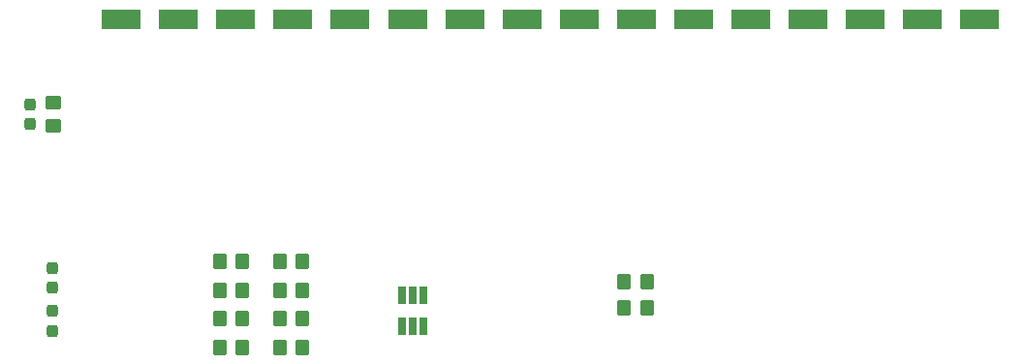
<source format=gbp>
G04 #@! TF.GenerationSoftware,KiCad,Pcbnew,(6.0.1)*
G04 #@! TF.CreationDate,2022-08-11T12:27:20+02:00*
G04 #@! TF.ProjectId,DMX,444d582e-6b69-4636-9164-5f7063625858,rev?*
G04 #@! TF.SameCoordinates,Original*
G04 #@! TF.FileFunction,Paste,Bot*
G04 #@! TF.FilePolarity,Positive*
%FSLAX46Y46*%
G04 Gerber Fmt 4.6, Leading zero omitted, Abs format (unit mm)*
G04 Created by KiCad (PCBNEW (6.0.1)) date 2022-08-11 12:27:20*
%MOMM*%
%LPD*%
G01*
G04 APERTURE LIST*
G04 Aperture macros list*
%AMRoundRect*
0 Rectangle with rounded corners*
0 $1 Rounding radius*
0 $2 $3 $4 $5 $6 $7 $8 $9 X,Y pos of 4 corners*
0 Add a 4 corners polygon primitive as box body*
4,1,4,$2,$3,$4,$5,$6,$7,$8,$9,$2,$3,0*
0 Add four circle primitives for the rounded corners*
1,1,$1+$1,$2,$3*
1,1,$1+$1,$4,$5*
1,1,$1+$1,$6,$7*
1,1,$1+$1,$8,$9*
0 Add four rect primitives between the rounded corners*
20,1,$1+$1,$2,$3,$4,$5,0*
20,1,$1+$1,$4,$5,$6,$7,0*
20,1,$1+$1,$6,$7,$8,$9,0*
20,1,$1+$1,$8,$9,$2,$3,0*%
G04 Aperture macros list end*
%ADD10RoundRect,0.250000X-0.350000X-0.450000X0.350000X-0.450000X0.350000X0.450000X-0.350000X0.450000X0*%
%ADD11RoundRect,0.250000X-0.450000X0.350000X-0.450000X-0.350000X0.450000X-0.350000X0.450000X0.350000X0*%
%ADD12RoundRect,0.237500X0.237500X-0.300000X0.237500X0.300000X-0.237500X0.300000X-0.237500X-0.300000X0*%
%ADD13R,3.500000X1.800000*%
%ADD14RoundRect,0.237500X-0.237500X0.300000X-0.237500X-0.300000X0.237500X-0.300000X0.237500X0.300000X0*%
%ADD15R,0.650000X1.560000*%
G04 APERTURE END LIST*
D10*
X58650000Y-113700000D03*
X60650000Y-113700000D03*
X88750000Y-112725000D03*
X90750000Y-112725000D03*
X58650000Y-108700000D03*
X60650000Y-108700000D03*
X53400000Y-113700000D03*
X55400000Y-113700000D03*
D11*
X38830000Y-94800000D03*
X38830000Y-96800000D03*
D10*
X58650000Y-111200000D03*
X60650000Y-111200000D03*
D12*
X36800000Y-96662500D03*
X36800000Y-94937500D03*
D10*
X53400000Y-116200000D03*
X55400000Y-116200000D03*
D13*
X74800000Y-87500000D03*
X79800000Y-87500000D03*
D14*
X38800000Y-109262500D03*
X38800000Y-110987500D03*
D13*
X114800000Y-87500000D03*
X119800000Y-87500000D03*
X49800000Y-87500000D03*
X44800000Y-87500000D03*
D10*
X88750000Y-110475000D03*
X90750000Y-110475000D03*
D13*
X54800000Y-87500000D03*
X59800000Y-87500000D03*
X109800000Y-87500000D03*
X104800000Y-87500000D03*
D12*
X38800000Y-114737500D03*
X38800000Y-113012500D03*
D13*
X69800000Y-87500000D03*
X64800000Y-87500000D03*
D10*
X53400000Y-111200000D03*
X55400000Y-111200000D03*
X53400000Y-108700000D03*
X55400000Y-108700000D03*
D15*
X71200000Y-114350000D03*
X70250000Y-114350000D03*
X69300000Y-114350000D03*
X69300000Y-111650000D03*
X70250000Y-111650000D03*
X71200000Y-111650000D03*
D13*
X89800000Y-87500000D03*
X84800000Y-87500000D03*
D10*
X58650000Y-116200000D03*
X60650000Y-116200000D03*
D13*
X94800000Y-87500000D03*
X99800000Y-87500000D03*
M02*

</source>
